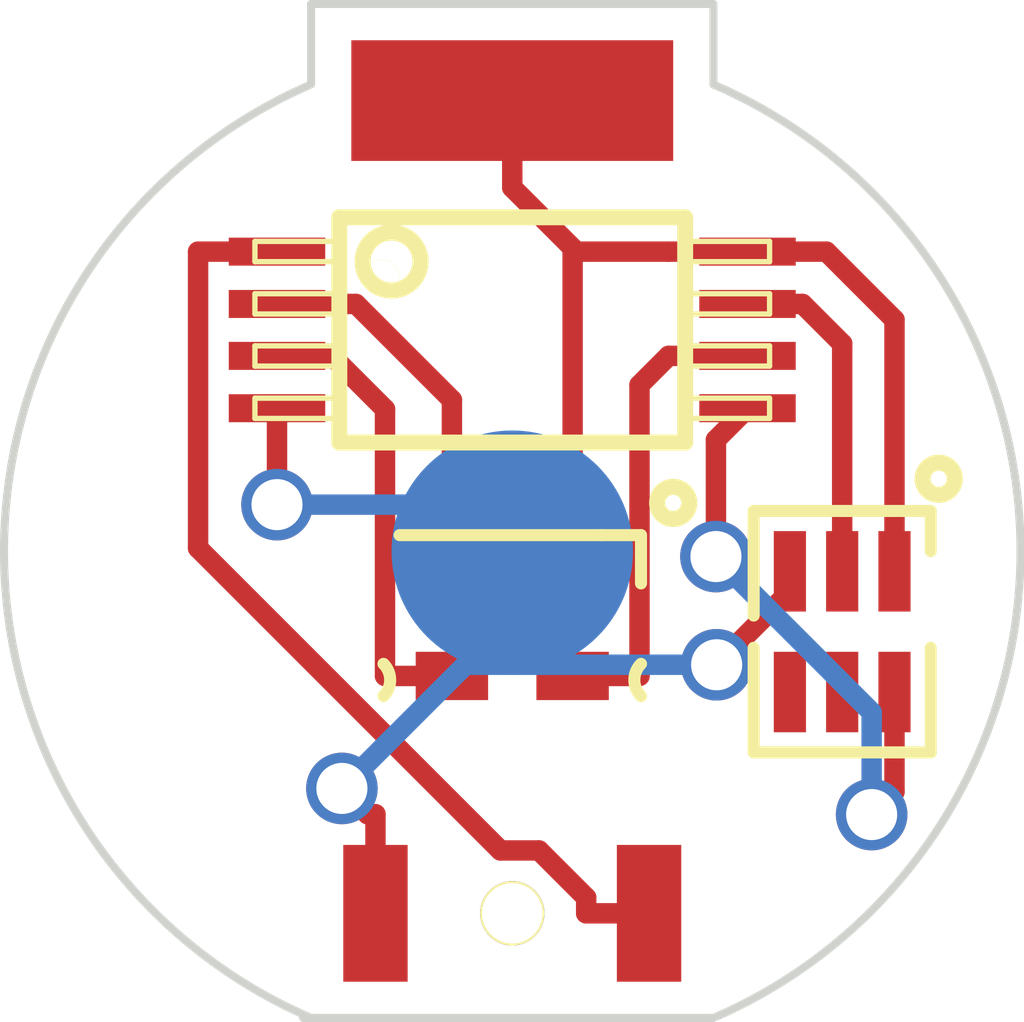
<source format=kicad_pcb>
(kicad_pcb (version 3) (host pcbnew "(2013-jul-07)-stable")

  (general
    (links 12)
    (no_connects 0)
    (area 43.204795 41.599999 57.912805 57.229)
    (thickness 1.6)
    (drawings 16)
    (tracks 55)
    (zones 0)
    (modules 6)
    (nets 9)
  )

  (page A3)
  (layers
    (15 F.Cu signal)
    (0 B.Cu signal)
    (16 B.Adhes user)
    (17 F.Adhes user)
    (18 B.Paste user)
    (19 F.Paste user)
    (20 B.SilkS user)
    (21 F.SilkS user)
    (22 B.Mask user)
    (23 F.Mask user)
    (24 Dwgs.User user hide)
    (25 Cmts.User user)
    (26 Eco1.User user)
    (27 Eco2.User user)
    (28 Edge.Cuts user)
  )

  (setup
    (last_trace_width 0.254)
    (trace_clearance 0.254)
    (zone_clearance 0.508)
    (zone_45_only no)
    (trace_min 0.254)
    (segment_width 0.2)
    (edge_width 0.1)
    (via_size 0.889)
    (via_drill 0.635)
    (via_min_size 0.889)
    (via_min_drill 0.508)
    (uvia_size 0.508)
    (uvia_drill 0.127)
    (uvias_allowed no)
    (uvia_min_size 0.508)
    (uvia_min_drill 0.127)
    (pcb_text_width 0.3)
    (pcb_text_size 1.5 1.5)
    (mod_edge_width 0.15)
    (mod_text_size 1 1)
    (mod_text_width 0.15)
    (pad_size 4 1.5)
    (pad_drill 0)
    (pad_to_mask_clearance 0)
    (aux_axis_origin 0 0)
    (visible_elements FFFFFFBF)
    (pcbplotparams
      (layerselection 3178497)
      (usegerberextensions true)
      (excludeedgelayer true)
      (linewidth 0.150000)
      (plotframeref false)
      (viasonmask false)
      (mode 1)
      (useauxorigin false)
      (hpglpennumber 1)
      (hpglpenspeed 20)
      (hpglpendiameter 15)
      (hpglpenoverlay 2)
      (psnegative false)
      (psa4output false)
      (plotreference true)
      (plotvalue true)
      (plotothertext true)
      (plotinvisibletext false)
      (padsonsilk false)
      (subtractmaskfromsilk false)
      (outputformat 1)
      (mirror false)
      (drillshape 1)
      (scaleselection 1)
      (outputdirectory ""))
  )

  (net 0 "")
  (net 1 N-000001)
  (net 2 N-0000010)
  (net 3 N-000002)
  (net 4 N-000003)
  (net 5 N-000004)
  (net 6 N-000005)
  (net 7 N-000006)
  (net 8 N-000009)

  (net_class Default "This is the default net class."
    (clearance 0.254)
    (trace_width 0.254)
    (via_dia 0.889)
    (via_drill 0.635)
    (uvia_dia 0.508)
    (uvia_drill 0.127)
    (add_net "")
    (add_net N-000001)
    (add_net N-0000010)
    (add_net N-000002)
    (add_net N-000003)
    (add_net N-000004)
    (add_net N-000005)
    (add_net N-000006)
    (add_net N-000009)
  )

  (module 1PIN_SMD (layer F.Cu) (tedit 553BF91A) (tstamp 553BF801)
    (at 50 44.4)
    (descr "module 1 pin (ou trou mecanique de percage)")
    (tags DEV)
    (path /55394D54)
    (fp_text reference PV+1 (at 0 -1.5) (layer F.SilkS) hide
      (effects (font (size 1.016 1.016) (thickness 0.254)))
    )
    (fp_text value CONNECTOR (at 0 1.75) (layer F.SilkS) hide
      (effects (font (size 1.016 1.016) (thickness 0.254)))
    )
    (pad 1 smd rect (at 0 0) (size 4 1.5)
      (layers F.Cu F.Paste F.Mask)
      (net 7 N-000006)
    )
  )

  (module 1PIN_SMD (layer B.Cu) (tedit 55397601) (tstamp 553974A5)
    (at 50 50)
    (descr "module 1 pin (ou trou mecanique de percage)")
    (tags DEV)
    (path /55394D61)
    (fp_text reference PGND1 (at 0 3.50012) (layer B.SilkS) hide
      (effects (font (size 1.016 1.016) (thickness 0.254)) (justify mirror))
    )
    (fp_text value CONNECTOR (at 0.24892 -3.74904) (layer B.SilkS) hide
      (effects (font (size 1.016 1.016) (thickness 0.254)) (justify mirror))
    )
    (pad 1 smd circle (at 0 0) (size 3 3)
      (layers B.Cu B.Paste B.Mask)
      (net 2 N-0000010)
    )
  )

  (module TCS34725 (layer F.Cu) (tedit 550F1FE4) (tstamp 553954A1)
    (at 54.1 51 90)
    (path /55394A42)
    (fp_text reference IC-TCS3472 (at 0 -1.6 90) (layer F.SilkS) hide
      (effects (font (size 1 1) (thickness 0.15)))
    )
    (fp_text value TCS3472 (at 0 1.8 90) (layer F.SilkS) hide
      (effects (font (size 1 1) (thickness 0.15)))
    )
    (fp_line (start -0.2 -1.1) (end -1.5 -1.1) (layer F.SilkS) (width 0.15))
    (fp_line (start -1.5 -1.1) (end -1.5 1.1) (layer F.SilkS) (width 0.15))
    (fp_line (start -1.5 1.1) (end -0.2 1.1) (layer F.SilkS) (width 0.15))
    (fp_line (start 1 1.1) (end 1.5 1.1) (layer F.SilkS) (width 0.15))
    (fp_line (start 1.5 1.1) (end 1.5 -1) (layer F.SilkS) (width 0.15))
    (fp_line (start 1.5 -1) (end 1.5 -1.1) (layer F.SilkS) (width 0.15))
    (fp_line (start 1.5 -1.1) (end 0.2 -1.1) (layer F.SilkS) (width 0.15))
    (pad 1 smd rect (at 0.75 0.65 90) (size 1 0.4)
      (layers F.Cu F.Paste F.Mask)
      (net 7 N-000006)
    )
    (pad 2 smd rect (at 0.75 0 90) (size 1 0.4)
      (layers F.Cu F.Paste F.Mask)
      (net 4 N-000003)
    )
    (pad 3 smd rect (at 0.75 -0.65 90) (size 1 0.4)
      (layers F.Cu F.Paste F.Mask)
      (net 2 N-0000010)
    )
    (pad 4 smd rect (at -0.75 -0.65 90) (size 1 0.4)
      (layers F.Cu F.Paste F.Mask)
    )
    (pad 5 smd rect (at -0.75 0 90) (size 1 0.4)
      (layers F.Cu F.Paste F.Mask)
    )
    (pad 6 smd rect (at -0.75 0.65 90) (size 1 0.4)
      (layers F.Cu F.Paste F.Mask)
      (net 3 N-000002)
    )
  )

  (module SW_en-b3u-3615 (layer F.Cu) (tedit 5538140D) (tstamp 553954AE)
    (at 50 54.5 180)
    (path /55394B50)
    (fp_text reference SW1 (at 0 1.8 180) (layer F.SilkS) hide
      (effects (font (size 1 1) (thickness 0.15)))
    )
    (fp_text value SW_PUSH (at 0 -1.9 180) (layer F.SilkS) hide
      (effects (font (size 1 1) (thickness 0.15)))
    )
    (fp_line (start -1.5 -1.25) (end 0 -1.25) (layer Dwgs.User) (width 0.15))
    (fp_line (start 0 1.25) (end 1.5 1.25) (layer Dwgs.User) (width 0.15))
    (fp_line (start 1.5 1.25) (end -1.5 1.25) (layer Dwgs.User) (width 0.15))
    (fp_line (start 0 -1.25) (end 0.25 -1.25) (layer Dwgs.User) (width 0.15))
    (fp_line (start 0.25 -1.25) (end 1.5 -1.25) (layer Dwgs.User) (width 0.15))
    (fp_line (start 0 1.25) (end 0.25 1.25) (layer Dwgs.User) (width 0.15))
    (pad 1 smd rect (at -1.7 0 180) (size 0.8 1.7)
      (layers F.Cu F.Paste F.Mask)
      (net 8 N-000009)
    )
    (pad 2 smd rect (at 1.7 0 180) (size 0.8 1.7)
      (layers F.Cu F.Paste F.Mask)
      (net 2 N-0000010)
    )
    (pad "" thru_hole circle (at 0 0 180) (size 0.8 0.8) (drill 0.75)
      (layers *.Cu *.Mask F.SilkS)
    )
  )

  (module HSMF-C114 (layer F.Cu) (tedit 550F0998) (tstamp 553974F5)
    (at 50 51 180)
    (path /55394A87)
    (fp_text reference LED1 (at 0 -1.7 180) (layer F.SilkS) hide
      (effects (font (size 1 1) (thickness 0.15)))
    )
    (fp_text value LED_ARGB (at 0.5 2.2 180) (layer F.SilkS) hide
      (effects (font (size 1 1) (thickness 0.15)))
    )
    (fp_arc (start 1.8 -0.6) (end 1.6 -0.4) (angle 90) (layer F.SilkS) (width 0.15))
    (fp_arc (start -1.8 -0.6) (end -1.6 -0.8) (angle 90) (layer F.SilkS) (width 0.15))
    (fp_line (start -1.1 1.2) (end 1.4 1.2) (layer F.SilkS) (width 0.15))
    (fp_line (start -1.6 0.6) (end -1.6 1.2) (layer F.SilkS) (width 0.15))
    (fp_line (start -1.6 1.2) (end -1.1 1.2) (layer F.SilkS) (width 0.15))
    (pad 1 smd rect (at -0.75 0.55 180) (size 0.9 0.6)
      (layers F.Cu F.Paste F.Mask)
      (net 7 N-000006)
    )
    (pad 2 smd rect (at -0.75 -0.55 180) (size 0.9 0.6)
      (layers F.Cu F.Paste F.Mask)
      (net 1 N-000001)
    )
    (pad 3 smd rect (at 0.75 -0.55 180) (size 0.9 0.6)
      (layers F.Cu F.Paste F.Mask)
      (net 6 N-000005)
    )
    (pad 4 smd rect (at 0.75 0.55 180) (size 0.9 0.6)
      (layers F.Cu F.Paste F.Mask)
      (net 5 N-000004)
    )
  )

  (module analog-devices-TSSOP8 (layer F.Cu) (tedit 553976DB) (tstamp 55395E0F)
    (at 50 47.25)
    (descr TSSOP)
    (tags TSSOP)
    (path /55394A25)
    (attr smd)
    (fp_text reference IC-ATTINY45 (at 0.24892 0) (layer F.SilkS) hide
      (effects (font (size 0.50038 0.50038) (thickness 0.09906)))
    )
    (fp_text value ATTINY45-S (at 0.5588 2.28854) (layer F.SilkS) hide
      (effects (font (size 1.27 1.27) (thickness 0.0889)))
    )
    (fp_line (start -3.19786 -0.84836) (end -2.19964 -0.84836) (layer F.SilkS) (width 0.06604))
    (fp_line (start -2.19964 -0.84836) (end -2.19964 -1.09982) (layer F.SilkS) (width 0.06604))
    (fp_line (start -3.19786 -1.09982) (end -2.19964 -1.09982) (layer F.SilkS) (width 0.06604))
    (fp_line (start -3.19786 -0.84836) (end -3.19786 -1.09982) (layer F.SilkS) (width 0.06604))
    (fp_line (start -3.19786 -0.19812) (end -2.19964 -0.19812) (layer F.SilkS) (width 0.06604))
    (fp_line (start -2.19964 -0.19812) (end -2.19964 -0.44958) (layer F.SilkS) (width 0.06604))
    (fp_line (start -3.19786 -0.44958) (end -2.19964 -0.44958) (layer F.SilkS) (width 0.06604))
    (fp_line (start -3.19786 -0.19812) (end -3.19786 -0.44958) (layer F.SilkS) (width 0.06604))
    (fp_line (start -3.19786 0.44958) (end -2.19964 0.44958) (layer F.SilkS) (width 0.06604))
    (fp_line (start -2.19964 0.44958) (end -2.19964 0.19812) (layer F.SilkS) (width 0.06604))
    (fp_line (start -3.19786 0.19812) (end -2.19964 0.19812) (layer F.SilkS) (width 0.06604))
    (fp_line (start -3.19786 0.44958) (end -3.19786 0.19812) (layer F.SilkS) (width 0.06604))
    (fp_line (start -3.19786 1.09982) (end -2.19964 1.09982) (layer F.SilkS) (width 0.06604))
    (fp_line (start -2.19964 1.09982) (end -2.19964 0.84836) (layer F.SilkS) (width 0.06604))
    (fp_line (start -3.19786 0.84836) (end -2.19964 0.84836) (layer F.SilkS) (width 0.06604))
    (fp_line (start -3.19786 1.09982) (end -3.19786 0.84836) (layer F.SilkS) (width 0.06604))
    (fp_line (start 2.19964 1.09982) (end 3.19786 1.09982) (layer F.SilkS) (width 0.06604))
    (fp_line (start 3.19786 1.09982) (end 3.19786 0.84836) (layer F.SilkS) (width 0.06604))
    (fp_line (start 2.19964 0.84836) (end 3.19786 0.84836) (layer F.SilkS) (width 0.06604))
    (fp_line (start 2.19964 1.09982) (end 2.19964 0.84836) (layer F.SilkS) (width 0.06604))
    (fp_line (start 2.19964 0.44958) (end 3.19786 0.44958) (layer F.SilkS) (width 0.06604))
    (fp_line (start 3.19786 0.44958) (end 3.19786 0.19812) (layer F.SilkS) (width 0.06604))
    (fp_line (start 2.19964 0.19812) (end 3.19786 0.19812) (layer F.SilkS) (width 0.06604))
    (fp_line (start 2.19964 0.44958) (end 2.19964 0.19812) (layer F.SilkS) (width 0.06604))
    (fp_line (start 2.19964 -0.19812) (end 3.19786 -0.19812) (layer F.SilkS) (width 0.06604))
    (fp_line (start 3.19786 -0.19812) (end 3.19786 -0.44958) (layer F.SilkS) (width 0.06604))
    (fp_line (start 2.19964 -0.44958) (end 3.19786 -0.44958) (layer F.SilkS) (width 0.06604))
    (fp_line (start 2.19964 -0.19812) (end 2.19964 -0.44958) (layer F.SilkS) (width 0.06604))
    (fp_line (start 2.19964 -0.84836) (end 3.19786 -0.84836) (layer F.SilkS) (width 0.06604))
    (fp_line (start 3.19786 -0.84836) (end 3.19786 -1.09982) (layer F.SilkS) (width 0.06604))
    (fp_line (start 2.19964 -1.09982) (end 3.19786 -1.09982) (layer F.SilkS) (width 0.06604))
    (fp_line (start 2.19964 -0.84836) (end 2.19964 -1.09982) (layer F.SilkS) (width 0.06604))
    (fp_line (start -2.14884 1.39954) (end 2.14884 1.39954) (layer F.SilkS) (width 0.19812))
    (fp_line (start 2.14884 1.39954) (end 2.14884 -1.39954) (layer F.SilkS) (width 0.19812))
    (fp_line (start 2.14884 -1.39954) (end -2.14884 -1.39954) (layer F.SilkS) (width 0.19812))
    (fp_line (start -2.14884 -1.39954) (end -2.14884 1.39954) (layer F.SilkS) (width 0.19812))
    (fp_circle (center -1.62306 -0.6477) (end -1.78308 -0.80772) (layer F.SilkS) (width 0.00254))
    (pad 1 smd rect (at -2.92354 -0.97282) (size 1.19888 0.34798)
      (layers F.Cu F.Paste F.Mask)
      (net 8 N-000009)
    )
    (pad 2 smd rect (at -2.92354 -0.32258) (size 1.19888 0.34798)
      (layers F.Cu F.Paste F.Mask)
      (net 5 N-000004)
    )
    (pad 3 smd rect (at -2.92354 0.32258) (size 1.19888 0.34798)
      (layers F.Cu F.Paste F.Mask)
      (net 6 N-000005)
    )
    (pad 4 smd rect (at -2.92354 0.97282) (size 1.19888 0.34798)
      (layers F.Cu F.Paste F.Mask)
      (net 2 N-0000010)
    )
    (pad 5 smd rect (at 2.92354 0.97282) (size 1.19888 0.34798)
      (layers F.Cu F.Paste F.Mask)
      (net 3 N-000002)
    )
    (pad 6 smd rect (at 2.92354 0.32258) (size 1.19888 0.34798)
      (layers F.Cu F.Paste F.Mask)
      (net 1 N-000001)
    )
    (pad 7 smd rect (at 2.92354 -0.32258) (size 1.19888 0.34798)
      (layers F.Cu F.Paste F.Mask)
      (net 4 N-000003)
    )
    (pad 8 smd rect (at 2.92354 -0.97282) (size 1.19888 0.34798)
      (layers F.Cu F.Paste F.Mask)
      (net 7 N-000006)
    )
  )

  (gr_line (start 52.5 43.2) (end 47.5 43.2) (angle 90) (layer Edge.Cuts) (width 0.1))
  (gr_line (start 52.5 41.7) (end 47.5 41.7) (angle 90) (layer Dwgs.User) (width 0.2))
  (gr_line (start 47.5 43.2) (end 47.5 44.2) (angle 90) (layer Edge.Cuts) (width 0.1))
  (gr_arc (start 50 50) (end 47.5 55.8) (angle 133) (layer Edge.Cuts) (width 0.1) (tstamp 553BF5FD))
  (gr_line (start 52.5 55.8) (end 47.4 55.8) (angle 90) (layer Edge.Cuts) (width 0.1))
  (gr_line (start 52.5 43.2) (end 52.5 44.2) (angle 90) (layer Edge.Cuts) (width 0.1))
  (gr_arc (start 50 50) (end 52.5 44.2) (angle 133) (layer Edge.Cuts) (width 0.1) (tstamp 553BF3C9))
  (gr_circle (center 52 49.4) (end 52 49.2) (layer F.SilkS) (width 0.2))
  (gr_circle (center 48.5 46.4) (end 48.8 46.6) (layer F.SilkS) (width 0.2))
  (gr_circle (center 55.3 49.1) (end 55.3 48.9) (layer F.SilkS) (width 0.2))
  (gr_line (start 47.5 42.2) (end 47.5 44.2) (angle 90) (layer Dwgs.User) (width 0.2))
  (gr_line (start 50 42.2) (end 47.5 42.2) (angle 90) (layer Dwgs.User) (width 0.2))
  (gr_line (start 52.5 42.2) (end 52.5 44.2) (angle 90) (layer Dwgs.User) (width 0.2))
  (gr_line (start 50 42.2) (end 52.5 42.2) (angle 90) (layer Dwgs.User) (width 0.2))
  (gr_line (start 50 43.7) (end 50 42.2) (angle 90) (layer Dwgs.User) (width 0.2))
  (gr_circle (center 50 50) (end 56.3 50) (layer Dwgs.User) (width 0.2))

  (segment (start 52.9235 47.5726) (end 51.9428 47.5726) (width 0.254) (layer F.Cu) (net 1))
  (segment (start 51.5813 47.9341) (end 51.5813 51.55) (width 0.254) (layer F.Cu) (net 1))
  (segment (start 51.9428 47.5726) (end 51.5813 47.9341) (width 0.254) (layer F.Cu) (net 1))
  (segment (start 50.75 51.55) (end 51.5813 51.55) (width 0.254) (layer F.Cu) (net 1))
  (via (at 47.0765 49.4212) (size 0.889) (layers F.Cu B.Cu) (net 2))
  (via (at 52.54 51.4111) (size 0.889) (layers F.Cu B.Cu) (net 2))
  (via (at 47.883 52.948) (size 0.889) (layers F.Cu B.Cu) (net 2))
  (segment (start 53.45 50.5011) (end 53.45 50.25) (width 0.254) (layer F.Cu) (net 2))
  (segment (start 52.54 51.4111) (end 53.45 50.5011) (width 0.254) (layer F.Cu) (net 2))
  (segment (start 49.4212 49.4212) (end 47.0765 49.4212) (width 0.254) (layer B.Cu) (net 2))
  (segment (start 50 50) (end 49.4212 49.4212) (width 0.254) (layer B.Cu) (net 2))
  (segment (start 47.0765 48.2228) (end 47.0765 49.4212) (width 0.254) (layer F.Cu) (net 2))
  (segment (start 48.3 54.5) (end 48.3 53.2687) (width 0.254) (layer F.Cu) (net 2))
  (segment (start 48.2037 53.2687) (end 47.883 52.948) (width 0.254) (layer F.Cu) (net 2))
  (segment (start 48.3 53.2687) (end 48.2037 53.2687) (width 0.254) (layer F.Cu) (net 2))
  (segment (start 50 51.4111) (end 50 50) (width 0.254) (layer B.Cu) (net 2))
  (segment (start 52.54 51.4111) (end 50 51.4111) (width 0.254) (layer B.Cu) (net 2))
  (segment (start 49.4199 51.4111) (end 47.883 52.948) (width 0.254) (layer B.Cu) (net 2))
  (segment (start 50 51.4111) (end 49.4199 51.4111) (width 0.254) (layer B.Cu) (net 2))
  (via (at 52.5313 50.0664) (size 0.889) (layers F.Cu B.Cu) (net 3))
  (via (at 54.4662 53.2728) (size 0.889) (layers F.Cu B.Cu) (net 3))
  (segment (start 52.5313 48.615) (end 52.5313 50.0664) (width 0.254) (layer F.Cu) (net 3))
  (segment (start 52.9235 48.2228) (end 52.5313 48.615) (width 0.254) (layer F.Cu) (net 3))
  (segment (start 54.4661 53.2728) (end 54.4662 53.2728) (width 0.254) (layer B.Cu) (net 3))
  (segment (start 54.4661 52.0012) (end 54.4661 53.2728) (width 0.254) (layer B.Cu) (net 3))
  (segment (start 52.5313 50.0664) (end 54.4661 52.0012) (width 0.254) (layer B.Cu) (net 3))
  (segment (start 54.75 52.989) (end 54.75 51.75) (width 0.254) (layer F.Cu) (net 3))
  (segment (start 54.4662 53.2728) (end 54.75 52.989) (width 0.254) (layer F.Cu) (net 3))
  (segment (start 54.1 47.42) (end 54.1 50.25) (width 0.254) (layer F.Cu) (net 4))
  (segment (start 53.6074 46.9274) (end 54.1 47.42) (width 0.254) (layer F.Cu) (net 4))
  (segment (start 52.9235 46.9274) (end 53.6074 46.9274) (width 0.254) (layer F.Cu) (net 4))
  (segment (start 49.25 48.1202) (end 49.25 50.45) (width 0.254) (layer F.Cu) (net 5))
  (segment (start 48.0572 46.9274) (end 49.25 48.1202) (width 0.254) (layer F.Cu) (net 5))
  (segment (start 47.0765 46.9274) (end 48.0572 46.9274) (width 0.254) (layer F.Cu) (net 5))
  (segment (start 48.4187 48.2346) (end 48.4187 51.55) (width 0.254) (layer F.Cu) (net 6))
  (segment (start 47.7567 47.5726) (end 48.4187 48.2346) (width 0.254) (layer F.Cu) (net 6))
  (segment (start 47.0765 47.5726) (end 47.7567 47.5726) (width 0.254) (layer F.Cu) (net 6))
  (segment (start 49.25 51.55) (end 48.4187 51.55) (width 0.254) (layer F.Cu) (net 6))
  (segment (start 50 44.1) (end 50 45.4813) (width 0.254) (layer F.Cu) (net 7))
  (segment (start 51.9428 46.2772) (end 50.75 46.2772) (width 0.254) (layer F.Cu) (net 7))
  (segment (start 50.75 50.45) (end 50.75 46.2772) (width 0.254) (layer F.Cu) (net 7))
  (segment (start 50.75 46.2313) (end 50 45.4813) (width 0.254) (layer F.Cu) (net 7))
  (segment (start 50.75 46.2772) (end 50.75 46.2313) (width 0.254) (layer F.Cu) (net 7))
  (segment (start 52.4332 46.2772) (end 51.9428 46.2772) (width 0.254) (layer F.Cu) (net 7))
  (segment (start 52.4332 46.2772) (end 52.9235 46.2772) (width 0.254) (layer F.Cu) (net 7))
  (segment (start 54.75 47.123) (end 54.75 50.25) (width 0.254) (layer F.Cu) (net 7))
  (segment (start 53.9042 46.2772) (end 54.75 47.123) (width 0.254) (layer F.Cu) (net 7))
  (segment (start 52.9235 46.2772) (end 53.9042 46.2772) (width 0.254) (layer F.Cu) (net 7))
  (segment (start 50.9187 54.3046) (end 50.9187 54.5) (width 0.254) (layer F.Cu) (net 8))
  (segment (start 50.3328 53.7187) (end 50.9187 54.3046) (width 0.254) (layer F.Cu) (net 8))
  (segment (start 49.8531 53.7187) (end 50.3328 53.7187) (width 0.254) (layer F.Cu) (net 8))
  (segment (start 46.0958 49.9614) (end 49.8531 53.7187) (width 0.254) (layer F.Cu) (net 8))
  (segment (start 46.0958 46.2772) (end 46.0958 49.9614) (width 0.254) (layer F.Cu) (net 8))
  (segment (start 47.0765 46.2772) (end 46.0958 46.2772) (width 0.254) (layer F.Cu) (net 8))
  (segment (start 51.7 54.5) (end 50.9187 54.5) (width 0.254) (layer F.Cu) (net 8))

)

</source>
